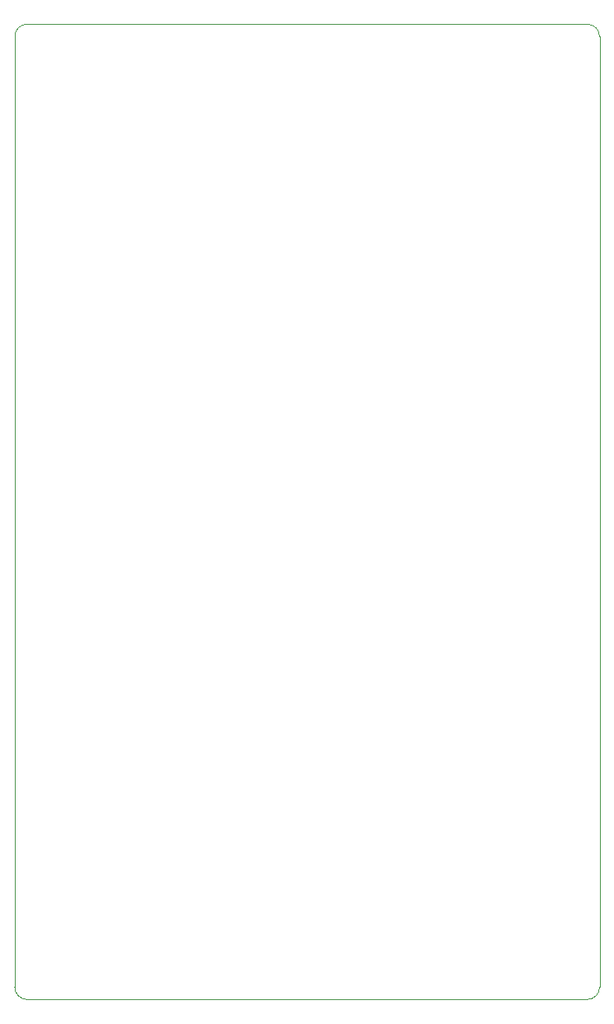
<source format=gbr>
%TF.GenerationSoftware,Altium Limited,Altium Designer,24.0.1 (36)*%
G04 Layer_Color=0*
%FSLAX45Y45*%
%MOMM*%
%TF.SameCoordinates,EF88BD92-104B-4C59-846E-D9FF23BA8C3F*%
%TF.FilePolarity,Positive*%
%TF.FileFunction,Profile,NP*%
%TF.Part,Single*%
G01*
G75*
%TA.AperFunction,Profile*%
%ADD53C,0.02540*%
D53*
X0Y127000D02*
G03*
X127000Y0I127000J0D01*
G01*
X5873000D01*
D02*
G03*
X6000000Y127000I0J127000D01*
G01*
Y9873000D01*
D02*
G03*
X5873000Y10000000I-127000J0D01*
G01*
X127000D01*
D02*
G03*
X0Y9873000I0J-127000D01*
G01*
Y127000D01*
%TF.MD5,15b8c73053ef7757ca275ce98cdd296b*%
M02*

</source>
